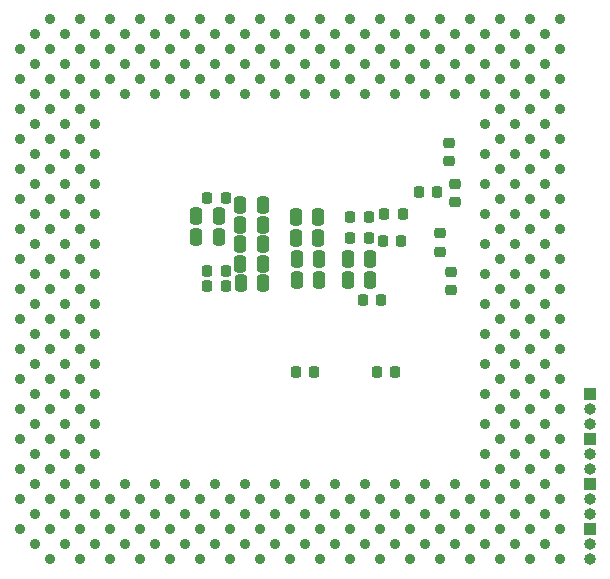
<source format=gbr>
%TF.GenerationSoftware,KiCad,Pcbnew,8.0.2*%
%TF.CreationDate,2024-05-13T17:43:01+03:00*%
%TF.ProjectId,MobileAdapter,4d6f6269-6c65-4416-9461-707465722e6b,rev?*%
%TF.SameCoordinates,Original*%
%TF.FileFunction,Soldermask,Bot*%
%TF.FilePolarity,Negative*%
%FSLAX46Y46*%
G04 Gerber Fmt 4.6, Leading zero omitted, Abs format (unit mm)*
G04 Created by KiCad (PCBNEW 8.0.2) date 2024-05-13 17:43:01*
%MOMM*%
%LPD*%
G01*
G04 APERTURE LIST*
G04 Aperture macros list*
%AMRoundRect*
0 Rectangle with rounded corners*
0 $1 Rounding radius*
0 $2 $3 $4 $5 $6 $7 $8 $9 X,Y pos of 4 corners*
0 Add a 4 corners polygon primitive as box body*
4,1,4,$2,$3,$4,$5,$6,$7,$8,$9,$2,$3,0*
0 Add four circle primitives for the rounded corners*
1,1,$1+$1,$2,$3*
1,1,$1+$1,$4,$5*
1,1,$1+$1,$6,$7*
1,1,$1+$1,$8,$9*
0 Add four rect primitives between the rounded corners*
20,1,$1+$1,$2,$3,$4,$5,0*
20,1,$1+$1,$4,$5,$6,$7,0*
20,1,$1+$1,$6,$7,$8,$9,0*
20,1,$1+$1,$8,$9,$2,$3,0*%
G04 Aperture macros list end*
%ADD10RoundRect,0.225000X0.225000X0.250000X-0.225000X0.250000X-0.225000X-0.250000X0.225000X-0.250000X0*%
%ADD11RoundRect,0.225000X-0.225000X-0.250000X0.225000X-0.250000X0.225000X0.250000X-0.225000X0.250000X0*%
%ADD12RoundRect,0.250000X0.250000X0.475000X-0.250000X0.475000X-0.250000X-0.475000X0.250000X-0.475000X0*%
%ADD13RoundRect,0.225000X-0.250000X0.225000X-0.250000X-0.225000X0.250000X-0.225000X0.250000X0.225000X0*%
%ADD14R,1.000000X1.000000*%
%ADD15O,1.000000X1.000000*%
%ADD16C,0.900000*%
%ADD17RoundRect,0.225000X0.250000X-0.225000X0.250000X0.225000X-0.250000X0.225000X-0.250000X-0.225000X0*%
G04 APERTURE END LIST*
D10*
%TO.C,C22*%
X119708000Y-87122000D03*
X118158000Y-87122000D03*
%TD*%
D11*
%TO.C,R10*%
X120891000Y-87376000D03*
X122441000Y-87376000D03*
%TD*%
D10*
%TO.C,C23*%
X119713000Y-85344000D03*
X118163000Y-85344000D03*
%TD*%
D11*
%TO.C,R9*%
X121018000Y-85090000D03*
X122568000Y-85090000D03*
%TD*%
D10*
%TO.C,R25*%
X107582000Y-91186000D03*
X106032000Y-91186000D03*
%TD*%
%TO.C,R24*%
X107582000Y-89916000D03*
X106032000Y-89916000D03*
%TD*%
%TO.C,R27*%
X107595000Y-83693000D03*
X106045000Y-83693000D03*
%TD*%
D12*
%TO.C,R14*%
X106995000Y-85217000D03*
X105095000Y-85217000D03*
%TD*%
%TO.C,C15*%
X105095000Y-86995000D03*
X106995000Y-86995000D03*
%TD*%
%TO.C,C19*%
X115504000Y-90678000D03*
X113604000Y-90678000D03*
%TD*%
%TO.C,C18*%
X115504000Y-88900000D03*
X113604000Y-88900000D03*
%TD*%
%TO.C,C17*%
X115443000Y-87122000D03*
X113543000Y-87122000D03*
%TD*%
%TO.C,C16*%
X115438000Y-85344000D03*
X113538000Y-85344000D03*
%TD*%
%TO.C,C13*%
X110766000Y-90932000D03*
X108866000Y-90932000D03*
%TD*%
%TO.C,C12*%
X110739000Y-89281000D03*
X108839000Y-89281000D03*
%TD*%
%TO.C,C11*%
X108839000Y-87630000D03*
X110739000Y-87630000D03*
%TD*%
%TO.C,C10*%
X108844000Y-85979000D03*
X110744000Y-85979000D03*
%TD*%
%TO.C,C9*%
X108844000Y-84328000D03*
X110744000Y-84328000D03*
%TD*%
%TO.C,C21*%
X119822000Y-88900000D03*
X117922000Y-88900000D03*
%TD*%
%TO.C,C20*%
X119822000Y-90678000D03*
X117922000Y-90678000D03*
%TD*%
D13*
%TO.C,R2*%
X126492000Y-79014934D03*
X126492000Y-80564934D03*
%TD*%
D10*
%TO.C,R7*%
X123952000Y-83185000D03*
X125502000Y-83185000D03*
%TD*%
D13*
%TO.C,R6*%
X125730000Y-86715000D03*
X125730000Y-88265000D03*
%TD*%
%TO.C,R5*%
X126655900Y-89956172D03*
X126655900Y-91506172D03*
%TD*%
D11*
%TO.C,R4*%
X120370000Y-98425000D03*
X121920000Y-98425000D03*
%TD*%
D10*
%TO.C,R3*%
X115075000Y-98425000D03*
X113525000Y-98425000D03*
%TD*%
D14*
%TO.C,J4*%
X138430000Y-100330000D03*
D15*
X138430000Y-101600000D03*
X138430000Y-102870000D03*
%TD*%
D14*
%TO.C,J2*%
X138430000Y-107950000D03*
D15*
X138430000Y-109220000D03*
X138430000Y-110490000D03*
%TD*%
D14*
%TO.C,J1*%
X138430000Y-111760000D03*
D15*
X138430000Y-113030000D03*
X138430000Y-114300000D03*
%TD*%
D14*
%TO.C,J3*%
X138430000Y-104140000D03*
D15*
X138430000Y-105410000D03*
X138430000Y-106680000D03*
%TD*%
D16*
%TO.C,PGA1*%
X99060000Y-110490000D03*
X104140000Y-107950000D03*
X99060000Y-107950000D03*
X100330000Y-114300000D03*
X107950000Y-111760000D03*
X101600000Y-107950000D03*
X100330000Y-111760000D03*
X96520000Y-107950000D03*
X101600000Y-110490000D03*
X95250000Y-114300000D03*
X97790000Y-111760000D03*
X106680000Y-110490000D03*
X95250000Y-111760000D03*
X97790000Y-114300000D03*
X90170000Y-104140000D03*
X96520000Y-97790000D03*
X92710000Y-106680000D03*
X92710000Y-101600000D03*
X130810000Y-104140000D03*
X90170000Y-109220000D03*
X92710000Y-104140000D03*
X96520000Y-100330000D03*
X93980000Y-100330000D03*
X96520000Y-105410000D03*
X92710000Y-96520000D03*
X90170000Y-99060000D03*
X96520000Y-110490000D03*
X93980000Y-97790000D03*
X92710000Y-99060000D03*
X93980000Y-102870000D03*
X96520000Y-95250000D03*
X90170000Y-101600000D03*
X92710000Y-93980000D03*
X93980000Y-105410000D03*
X128270000Y-114300000D03*
X119380000Y-110490000D03*
X102870000Y-111760000D03*
X105410000Y-114300000D03*
X135890000Y-93980000D03*
X93980000Y-92710000D03*
X134620000Y-69850000D03*
X106680000Y-107950000D03*
X130810000Y-76200000D03*
X135890000Y-73660000D03*
X133350000Y-71120000D03*
X133350000Y-73660000D03*
X110490000Y-114300000D03*
X125730000Y-114300000D03*
X91440000Y-95250000D03*
X130810000Y-109220000D03*
X128270000Y-109220000D03*
X130810000Y-96520000D03*
X135890000Y-71120000D03*
X90170000Y-93980000D03*
X93980000Y-90170000D03*
X90170000Y-83820000D03*
X96520000Y-82550000D03*
X90170000Y-91440000D03*
X92710000Y-88900000D03*
X96520000Y-90170000D03*
X90170000Y-78740000D03*
X90170000Y-88900000D03*
X96520000Y-85090000D03*
X92710000Y-86360000D03*
X93980000Y-82550000D03*
X90170000Y-86360000D03*
X90170000Y-81280000D03*
X92710000Y-83820000D03*
X92710000Y-91440000D03*
X93980000Y-77470000D03*
X93980000Y-87630000D03*
X93980000Y-85090000D03*
X96520000Y-77470000D03*
X92710000Y-81280000D03*
X90170000Y-76200000D03*
X99060000Y-74930000D03*
X92710000Y-76200000D03*
X96520000Y-80010000D03*
X92710000Y-73660000D03*
X90170000Y-73660000D03*
X104140000Y-74930000D03*
X95250000Y-68580000D03*
X92710000Y-68580000D03*
X92710000Y-78740000D03*
X95250000Y-71120000D03*
X96520000Y-74930000D03*
X90170000Y-71120000D03*
X97790000Y-71120000D03*
X91440000Y-69850000D03*
X100330000Y-71120000D03*
X100330000Y-68580000D03*
X99060000Y-72390000D03*
X101600000Y-72390000D03*
X107950000Y-71120000D03*
X106680000Y-72390000D03*
X104140000Y-72390000D03*
X97790000Y-68580000D03*
X102870000Y-68580000D03*
X102870000Y-71120000D03*
X115570000Y-68580000D03*
X107950000Y-68580000D03*
X110490000Y-68580000D03*
X105410000Y-71120000D03*
X120650000Y-71120000D03*
X105410000Y-68580000D03*
X109220000Y-72390000D03*
X118110000Y-68580000D03*
X115570000Y-71120000D03*
X113030000Y-71120000D03*
X123190000Y-71120000D03*
X113030000Y-68580000D03*
X118110000Y-71120000D03*
X110490000Y-71120000D03*
X120650000Y-68580000D03*
X123190000Y-68580000D03*
X120650000Y-73660000D03*
X109220000Y-74930000D03*
X123190000Y-111760000D03*
X113030000Y-114300000D03*
X130810000Y-71120000D03*
X128270000Y-71120000D03*
X130810000Y-68580000D03*
X128270000Y-68580000D03*
X128270000Y-73660000D03*
X125730000Y-71120000D03*
X125730000Y-73660000D03*
X125730000Y-68580000D03*
X123190000Y-114300000D03*
X90170000Y-106680000D03*
X133350000Y-101600000D03*
X135890000Y-104140000D03*
X120650000Y-111760000D03*
X118110000Y-111760000D03*
X133350000Y-104140000D03*
X135890000Y-106680000D03*
X130810000Y-106680000D03*
X134620000Y-82550000D03*
X135890000Y-81280000D03*
X114300000Y-110490000D03*
X130810000Y-78740000D03*
X133350000Y-78740000D03*
X133350000Y-81280000D03*
X130810000Y-93980000D03*
X130810000Y-91440000D03*
X133350000Y-68580000D03*
X135890000Y-78740000D03*
X121920000Y-110490000D03*
X111760000Y-110490000D03*
X109220000Y-107950000D03*
X111760000Y-107950000D03*
X113030000Y-111760000D03*
X110490000Y-111760000D03*
X93980000Y-107950000D03*
X93980000Y-95250000D03*
X118110000Y-114300000D03*
X121920000Y-107950000D03*
X116840000Y-107950000D03*
X124460000Y-110490000D03*
X135890000Y-101600000D03*
X90170000Y-96520000D03*
X91440000Y-87630000D03*
X91440000Y-113030000D03*
X101600000Y-74930000D03*
X115570000Y-73660000D03*
X127000000Y-110490000D03*
X130810000Y-81280000D03*
X130810000Y-83820000D03*
X130810000Y-86360000D03*
X132080000Y-95250000D03*
X133350000Y-83820000D03*
X133350000Y-86360000D03*
X133350000Y-93980000D03*
X135890000Y-76200000D03*
X135890000Y-83820000D03*
X135890000Y-86360000D03*
X133350000Y-88900000D03*
X123190000Y-73660000D03*
X127000000Y-107950000D03*
X133350000Y-109220000D03*
X133350000Y-106680000D03*
X130810000Y-111760000D03*
X133350000Y-114300000D03*
X135890000Y-114300000D03*
X125730000Y-111760000D03*
X128270000Y-111760000D03*
X124460000Y-107950000D03*
X129540000Y-110490000D03*
X120650000Y-114300000D03*
X130810000Y-114300000D03*
X91440000Y-74930000D03*
X91440000Y-80010000D03*
X91440000Y-85090000D03*
X91440000Y-90170000D03*
X91440000Y-100330000D03*
X91440000Y-105410000D03*
X91440000Y-110490000D03*
X92710000Y-71120000D03*
X93980000Y-74930000D03*
X93980000Y-113030000D03*
X95250000Y-73660000D03*
X95250000Y-78740000D03*
X95250000Y-83820000D03*
X95250000Y-88900000D03*
X95250000Y-93980000D03*
X95250000Y-99060000D03*
X95250000Y-104140000D03*
X95250000Y-109220000D03*
X96520000Y-69850000D03*
X96520000Y-72390000D03*
X99060000Y-113030000D03*
X100330000Y-73660000D03*
X100330000Y-109220000D03*
X101600000Y-69850000D03*
X104140000Y-113030000D03*
X105410000Y-73660000D03*
X105410000Y-109220000D03*
X106680000Y-69850000D03*
X106680000Y-74930000D03*
X109220000Y-113030000D03*
X110490000Y-73660000D03*
X110490000Y-109220000D03*
X111760000Y-69850000D03*
X114300000Y-72390000D03*
X114300000Y-113030000D03*
X115570000Y-109220000D03*
X116840000Y-69850000D03*
X116840000Y-74930000D03*
X119380000Y-72390000D03*
X119380000Y-107950000D03*
X119380000Y-113030000D03*
X120650000Y-109220000D03*
X121920000Y-69850000D03*
X121920000Y-74930000D03*
X124460000Y-72390000D03*
X124460000Y-113030000D03*
X125730000Y-109220000D03*
X127000000Y-69850000D03*
X127000000Y-74930000D03*
X129540000Y-72390000D03*
X129540000Y-77470000D03*
X129540000Y-80010000D03*
X129540000Y-82550000D03*
X129540000Y-87630000D03*
X129540000Y-92710000D03*
X129540000Y-97790000D03*
X129540000Y-102870000D03*
X129540000Y-107950000D03*
X129540000Y-113030000D03*
X132080000Y-69850000D03*
X132080000Y-74930000D03*
X132080000Y-80010000D03*
X132080000Y-85090000D03*
X132080000Y-90170000D03*
X132080000Y-100330000D03*
X132080000Y-105410000D03*
X132080000Y-110490000D03*
X133350000Y-96520000D03*
X134620000Y-72390000D03*
X134620000Y-77470000D03*
X134620000Y-87630000D03*
X134620000Y-92710000D03*
X134620000Y-107950000D03*
X135890000Y-99060000D03*
X134620000Y-102870000D03*
X134620000Y-97790000D03*
X134620000Y-100330000D03*
X133350000Y-111760000D03*
X134620000Y-113030000D03*
X135890000Y-111760000D03*
X135890000Y-109220000D03*
X130810000Y-73660000D03*
X111760000Y-74930000D03*
X93980000Y-80010000D03*
X96520000Y-87630000D03*
X96520000Y-92710000D03*
X96520000Y-102870000D03*
X104140000Y-110490000D03*
X116840000Y-110490000D03*
X90170000Y-111760000D03*
X91440000Y-72390000D03*
X91440000Y-77470000D03*
X91440000Y-82550000D03*
X91440000Y-92710000D03*
X91440000Y-97790000D03*
X91440000Y-102870000D03*
X91440000Y-107950000D03*
X92710000Y-109220000D03*
X92710000Y-111760000D03*
X92710000Y-114300000D03*
X93980000Y-69850000D03*
X93980000Y-72390000D03*
X93980000Y-110490000D03*
X95250000Y-76200000D03*
X95250000Y-81280000D03*
X95250000Y-86360000D03*
X95250000Y-91440000D03*
X95250000Y-96520000D03*
X95250000Y-101600000D03*
X95250000Y-106680000D03*
X96520000Y-113030000D03*
X97790000Y-73660000D03*
X97790000Y-109220000D03*
X99060000Y-69850000D03*
X101600000Y-113030000D03*
X102870000Y-73660000D03*
X102870000Y-109220000D03*
X104140000Y-69850000D03*
X106680000Y-113030000D03*
X107950000Y-73660000D03*
X107950000Y-109220000D03*
X109220000Y-69850000D03*
X111760000Y-72390000D03*
X111760000Y-113030000D03*
X113030000Y-73660000D03*
X113030000Y-109220000D03*
X114300000Y-69850000D03*
X114300000Y-74930000D03*
X116840000Y-72390000D03*
X116840000Y-113030000D03*
X118110000Y-109220000D03*
X119380000Y-69850000D03*
X119380000Y-74930000D03*
X121920000Y-72390000D03*
X121920000Y-113030000D03*
X123190000Y-109220000D03*
X124460000Y-69850000D03*
X124460000Y-74930000D03*
X127000000Y-72390000D03*
X127000000Y-113030000D03*
X129540000Y-69850000D03*
X129540000Y-74930000D03*
X129540000Y-85090000D03*
X129540000Y-90170000D03*
X129540000Y-95250000D03*
X129540000Y-100330000D03*
X129540000Y-105410000D03*
X130810000Y-101600000D03*
X132080000Y-72390000D03*
X132080000Y-77470000D03*
X132080000Y-82550000D03*
X132080000Y-87630000D03*
X132080000Y-92710000D03*
X132080000Y-97790000D03*
X132080000Y-102870000D03*
X132080000Y-107950000D03*
X132080000Y-113030000D03*
X134620000Y-74930000D03*
X134620000Y-80010000D03*
X134620000Y-85090000D03*
X134620000Y-90170000D03*
X134620000Y-95250000D03*
X134620000Y-105410000D03*
X134620000Y-110490000D03*
X135890000Y-68580000D03*
X135890000Y-96520000D03*
X102870000Y-114300000D03*
X105410000Y-111760000D03*
X107950000Y-114300000D03*
X109220000Y-110490000D03*
X114300000Y-107950000D03*
X115570000Y-111760000D03*
X115570000Y-114300000D03*
X118110000Y-73660000D03*
X130810000Y-88900000D03*
X130810000Y-99060000D03*
X133350000Y-76200000D03*
X133350000Y-91440000D03*
X133350000Y-99060000D03*
X135890000Y-88900000D03*
X135890000Y-91440000D03*
%TD*%
D10*
%TO.C,R8*%
X120777000Y-92329000D03*
X119227000Y-92329000D03*
%TD*%
D17*
%TO.C,R11*%
X127000000Y-84087000D03*
X127000000Y-82537000D03*
%TD*%
M02*

</source>
